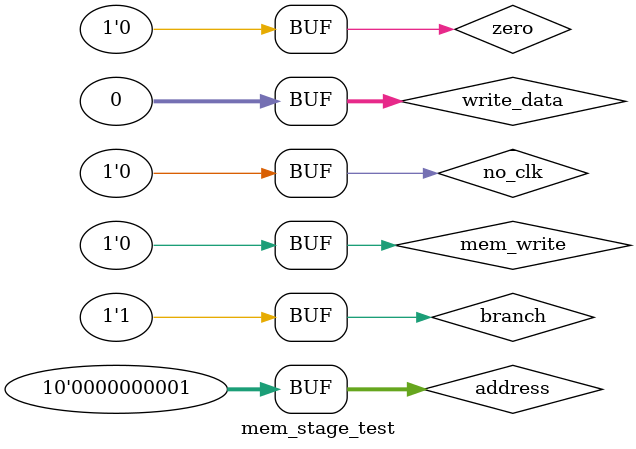
<source format=v>
`timescale 1ns / 1ps


module mem_stage_test;

	// Inputs
	reg no_clk;
	reg branch;
	reg zero;
	reg mem_write;
	reg [9:0] address;
	reg [31:0] write_data;

	// Outputs
	wire [31:0] data_out;
	wire pc_src;

	// Instantiate the Unit Under Test (UUT)
	mem_stage uut (
		.no_clk(no_clk), 
		.branch(branch), 
		.zero(zero), 
		.mem_write(mem_write), 
		.address(address), 
		.write_data(write_data), 
		.data_out(data_out), 
		.pc_src(pc_src)
	);

	initial begin
		// Initialize Inputs
		no_clk = 0;
		branch = 0;
		zero = 0;
		mem_write = 0;
		address = 1;
		write_data = 0;

		// Wait 100 ns for global reset to finish
		#100;
      no_clk = 1;
		branch = 1;
		zero = 1;
		mem_write = 0;
		address = 2;
		write_data = 0; 
		
		#100;
      no_clk = 0;
		branch = 1;
		zero = 0;
		mem_write = 0;
		address = 1;
		write_data = 0;
		
		#100;
		// Add stimulus here

	end
      
endmodule


</source>
